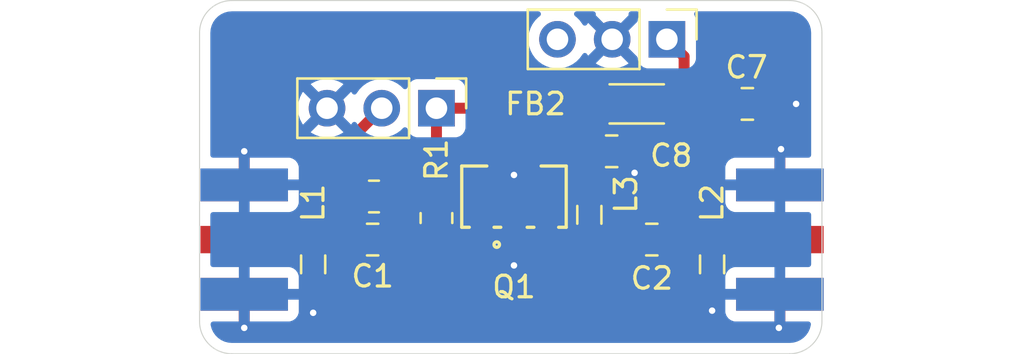
<source format=kicad_pcb>
(kicad_pcb (version 20241229) (generator "pcbnew") (generator_version "9.0")
  (layers (0 "F.Cu" signal) (2 "B.Cu" signal) (13 "F.Paste" user) (15 "B.Paste" user) (5 "F.SilkS" user "F.Silkscreen") (7 "B.SilkS" user "B.Silkscreen") (1 "F.Mask" user) (3 "B.Mask" user) (25 "Edge.Cuts" user))
  (net 0 "")
  (net 1 "GND")
  (net 2 "VBIAS")
  (net 4 "Net-(J1-In)")
  (net 5 "Net-(J2-In)")
  (net 6 "Net-(Q1-D)")
  (net 7 "VDD")
  (net 8 "Net-(J4-Pin_1)")
  (net 9 "Net-(Q1-G)")
  (net 10 "unconnected-(R2-Pad2)")
  (footprint "adafruit:SMA_EDGELAUNCH" (layer "F.Cu") (at 142.143 89.7)
    (property "Reference" "J1" (hide yes))
    (property "Value" "Conn_Coaxial" (hide yes))
    (pad "1" smd rect (at 2.032 0 90) (size 1.27 4.064) (layers "F.Cu" "F.Mask") (net 4 "Net-(J1-In)"))
    (pad "2" smd rect (at 2.032 -2.54 90) (size 1.524 4.064) (layers "F.Cu" "F.Mask") (net 1 "GND"))
    (pad "2" smd rect (at 2.032 -2.54 90) (size 1.524 4.064) (layers "B.Cu" "B.Mask") (net 1 "GND"))
    (pad "2" smd rect (at 2.032 2.54 90) (size 1.524 4.064) (layers "F.Cu" "F.Mask") (net 1 "GND"))
    (pad "2" smd rect (at 2.032 2.54 90) (size 1.524 4.064) (layers "B.Cu" "B.Mask") (net 1 "GND"))
  )
  (footprint "Inductor_SMD:L_0805_2012Metric_Pad1.05x1.20mm_HandSolder" (layer "F.Cu") (at 147.375 90.85 -90)
    (property "Reference" "L1" (at -2.85 0 90) (layer "F.SilkS"))
    (property "Value" "4.3nH" (hide yes))
    (fp_line (start -0.410242 0.56) (end 0.410242 0.56) (stroke (width 0.12)) (layer "F.SilkS"))
    (fp_line (start -0.410242 -0.56) (end 0.410242 -0.56) (stroke (width 0.12)) (layer "F.SilkS"))
    (pad "1" smd roundrect (at -1.15 0 270) (size 1.05 1.2) (layers "F.Cu" "F.Mask" "F.Paste") (roundrect_rratio 0.238095) (net 4 "Net-(J1-In)"))
    (pad "2" smd roundrect (at 1.15 0 270) (size 1.05 1.2) (layers "F.Cu" "F.Mask" "F.Paste") (roundrect_rratio 0.238095) (net 1 "GND"))
  )
  (footprint "Resistor_SMD:R_0805_2012Metric_Pad1.20x1.40mm_HandSolder" (layer "F.Cu") (at 153.1 88.7 -90)
    (property "Reference" "R1" (at -2.7 0 90) (layer "F.SilkS"))
    (property "Value" "R" (hide yes))
    (fp_line (start -0.227064 0.735) (end 0.227064 0.735) (stroke (width 0.12)) (layer "F.SilkS"))
    (fp_line (start -0.227064 -0.735) (end 0.227064 -0.735) (stroke (width 0.12)) (layer "F.SilkS"))
    (pad "1" smd roundrect (at -1 0 270) (size 1.2 1.4) (layers "F.Cu" "F.Mask" "F.Paste") (roundrect_rratio 0.208333) (net 8 "Net-(J4-Pin_1)"))
    (pad "2" smd roundrect (at 1 0 270) (size 1.2 1.4) (layers "F.Cu" "F.Mask" "F.Paste") (roundrect_rratio 0.208333) (net 9 "Net-(Q1-G)"))
  )
  (footprint "Capacitor_SMD:C_0805_2012Metric_Pad1.18x1.45mm_HandSolder" (layer "F.Cu") (at 167.5375 83.4)
    (property "Reference" "C7" (at -0.0375 -1.7 0) (layer "F.SilkS"))
    (property "Value" "10uF" (hide yes))
    (fp_line (start -0.261252 -0.735) (end 0.261252 -0.735) (stroke (width 0.12)) (layer "F.SilkS"))
    (fp_line (start -0.261252 0.735) (end 0.261252 0.735) (stroke (width 0.12)) (layer "F.SilkS"))
    (pad "1" smd roundrect (at -1.0375 0) (size 1.175 1.45) (layers "F.Cu" "F.Mask" "F.Paste") (roundrect_rratio 0.212766) (net 7 "VDD"))
    (pad "2" smd roundrect (at 1.0375 0) (size 1.175 1.45) (layers "F.Cu" "F.Mask" "F.Paste") (roundrect_rratio 0.212766) (net 1 "GND"))
  )
  (footprint "Inductor_SMD:L_0805_2012Metric_Pad1.05x1.20mm_HandSolder" (layer "F.Cu") (at 165.9 90.85 -90)
    (property "Reference" "L2" (at -2.85 0 90) (layer "F.SilkS"))
    (property "Value" "5.1nH" (hide yes))
    (fp_line (start -0.410242 0.56) (end 0.410242 0.56) (stroke (width 0.12)) (layer "F.SilkS"))
    (fp_line (start -0.410242 -0.56) (end 0.410242 -0.56) (stroke (width 0.12)) (layer "F.SilkS"))
    (pad "1" smd roundrect (at -1.15 0 270) (size 1.05 1.2) (layers "F.Cu" "F.Mask" "F.Paste") (roundrect_rratio 0.238095) (net 5 "Net-(J2-In)"))
    (pad "2" smd roundrect (at 1.15 0 270) (size 1.05 1.2) (layers "F.Cu" "F.Mask" "F.Paste") (roundrect_rratio 0.238095) (net 1 "GND"))
  )
  (footprint "Capacitor_SMD:C_0805_2012Metric_Pad1.18x1.45mm_HandSolder" (layer "F.Cu") (at 161.2375 85.6)
    (property "Reference" "C8" (at 2.7625 0.2 0) (layer "F.SilkS"))
    (property "Value" "100pF" (hide yes))
    (fp_line (start -0.261252 -0.735) (end 0.261252 -0.735) (stroke (width 0.12)) (layer "F.SilkS"))
    (fp_line (start -0.261252 0.735) (end 0.261252 0.735) (stroke (width 0.12)) (layer "F.SilkS"))
    (pad "1" smd roundrect (at -1.0375 0) (size 1.175 1.45) (layers "F.Cu" "F.Mask" "F.Paste") (roundrect_rratio 0.212766) (net 8 "Net-(J4-Pin_1)"))
    (pad "2" smd roundrect (at 1.0375 0) (size 1.175 1.45) (layers "F.Cu" "F.Mask" "F.Paste") (roundrect_rratio 0.212766) (net 1 "GND"))
  )
  (footprint "Resistor_SMD:R_0805_2012Metric_Pad1.20x1.40mm_HandSolder" (layer "F.Cu") (at 150.2 87.7)
    (property "Reference" "R2" (hide yes))
    (property "Value" "R" (hide yes))
    (fp_line (start -0.227064 -0.735) (end 0.227064 -0.735) (stroke (width 0.12)) (layer "F.SilkS"))
    (fp_line (start -0.227064 0.735) (end 0.227064 0.735) (stroke (width 0.12)) (layer "F.SilkS"))
    (pad "1" smd roundrect (at -1 0) (size 1.2 1.4) (layers "F.Cu" "F.Mask" "F.Paste") (roundrect_rratio 0.208333) (net 2 "VBIAS"))
    (pad "2" smd roundrect (at 1 0) (size 1.2 1.4) (layers "F.Cu" "F.Mask" "F.Paste") (roundrect_rratio 0.208333) (net 10 "unconnected-(R2-Pad2)"))
  )
  (footprint "Inductor_SMD:L_0805_2012Metric_Pad1.05x1.20mm_HandSolder" (layer "F.Cu") (at 160.2 88.55 90)
    (property "Reference" "L3" (at 0.95 1.7 90) (layer "F.SilkS"))
    (property "Value" "16.6nH" (hide yes))
    (fp_line (start -0.410242 -0.56) (end 0.410242 -0.56) (stroke (width 0.12)) (layer "F.SilkS"))
    (fp_line (start -0.410242 0.56) (end 0.410242 0.56) (stroke (width 0.12)) (layer "F.SilkS"))
    (pad "1" smd roundrect (at -1.15 0 90) (size 1.05 1.2) (layers "F.Cu" "F.Mask" "F.Paste") (roundrect_rratio 0.238095) (net 6 "Net-(Q1-D)"))
    (pad "2" smd roundrect (at 1.15 0 90) (size 1.05 1.2) (layers "F.Cu" "F.Mask" "F.Paste") (roundrect_rratio 0.238095) (net 8 "Net-(J4-Pin_1)"))
  )
  (footprint "adafruit:SMA_EDGELAUNCH" (layer "F.Cu") (at 171.07745 89.7 180)
    (property "Reference" "J2" (hide yes))
    (property "Value" "Conn_Coaxial" (hide yes))
    (pad "1" smd rect (at 2.032 0 270) (size 1.27 4.064) (layers "F.Cu" "F.Mask") (net 5 "Net-(J2-In)"))
    (pad "2" smd rect (at 2.032 -2.54 270) (size 1.524 4.064) (layers "F.Cu" "F.Mask") (net 1 "GND"))
    (pad "2" smd rect (at 2.032 -2.54 270) (size 1.524 4.064) (layers "B.Cu" "B.Mask") (net 1 "GND"))
    (pad "2" smd rect (at 2.032 2.54 270) (size 1.524 4.064) (layers "F.Cu" "F.Mask") (net 1 "GND"))
    (pad "2" smd rect (at 2.032 2.54 270) (size 1.524 4.064) (layers "B.Cu" "B.Mask") (net 1 "GND"))
  )
  (footprint "Capacitor_SMD:C_0805_2012Metric_Pad1.18x1.45mm_HandSolder" (layer "F.Cu") (at 150.1375 89.7)
    (property "Reference" "C1" (at 0 1.7 0) (layer "F.SilkS"))
    (property "Value" "27pF" (hide yes))
    (fp_line (start -0.261252 -0.735) (end 0.261252 -0.735) (stroke (width 0.12)) (layer "F.SilkS"))
    (fp_line (start -0.261252 0.735) (end 0.261252 0.735) (stroke (width 0.12)) (layer "F.SilkS"))
    (pad "1" smd roundrect (at -1.0375 0) (size 1.175 1.45) (layers "F.Cu" "F.Mask" "F.Paste") (roundrect_rratio 0.212766) (net 4 "Net-(J1-In)"))
    (pad "2" smd roundrect (at 1.0375 0) (size 1.175 1.45) (layers "F.Cu" "F.Mask" "F.Paste") (roundrect_rratio 0.212766) (net 9 "Net-(Q1-G)"))
  )
  (footprint "Inductor_SMD:L_1806_4516Metric_Pad1.45x1.90mm_HandSolder" (layer "F.Cu") (at 162.4 83.4)
    (property "Reference" "FB2" (at -4.7 0 0) (layer "F.SilkS"))
    (property "Value" "2743019447" (hide yes))
    (fp_line (start -1.260242 -0.91) (end 1.260242 -0.91) (stroke (width 0.12)) (layer "F.SilkS"))
    (fp_line (start -1.260242 0.91) (end 1.260242 0.91) (stroke (width 0.12)) (layer "F.SilkS"))
    (pad "1" smd roundrect (at -2.2 0) (size 1.45 1.9) (layers "F.Cu" "F.Mask" "F.Paste") (roundrect_rratio 0.172414) (net 8 "Net-(J4-Pin_1)"))
    (pad "2" smd roundrect (at 2.2 0) (size 1.45 1.9) (layers "F.Cu" "F.Mask" "F.Paste") (roundrect_rratio 0.172414) (net 7 "VDD"))
  )
  (footprint "Avionics:AFT05MS004NT1" (layer "F.Cu") (at 156.7 87.7061)
    (property "Reference" "Q1" (at 0 4.1939 0) (layer "F.SilkS"))
    (property "Value" "AFT05MS004NT1" (hide yes))
    (fp_line (start -2.4257 -1.4224) (end -2.4257 1.4224) (stroke (width 0.1524)) (layer "F.SilkS"))
    (fp_line (start -2.4257 1.4224) (end -2.07404 1.4224) (stroke (width 0.1524)) (layer "F.SilkS"))
    (fp_line (start -1.25984 -1.4224) (end -2.4257 -1.4224) (stroke (width 0.1524)) (layer "F.SilkS"))
    (fp_line (start -0.92596 1.4224) (end -0.61214 1.4224) (stroke (width 0.1524)) (layer "F.SilkS"))
    (fp_line (start 0.61214 1.4224) (end 0.92596 1.4224) (stroke (width 0.1524)) (layer "F.SilkS"))
    (fp_line (start 2.07404 1.4224) (end 2.4257 1.4224) (stroke (width 0.1524)) (layer "F.SilkS"))
    (fp_line (start 2.4257 -1.4224) (end 1.25984 -1.4224) (stroke (width 0.1524)) (layer "F.SilkS"))
    (fp_line (start 2.4257 1.4224) (end 2.4257 -1.4224) (stroke (width 0.1524)) (layer "F.SilkS"))
    (fp_circle (center -0.8 2.227) (end -0.673 2.227) (stroke (width 0.1524)) (fill no) (layer "F.SilkS"))
    (pad "1" smd rect (at 1.5 1.9939) (size 0.4826 1.397) (layers "F.Cu" "F.Mask" "F.Paste") (net 6 "Net-(Q1-D)"))
    (pad "2" smd rect (at -1.5 1.9939) (size 0.4826 1.397) (layers "F.Cu" "F.Mask" "F.Paste") (net 9 "Net-(Q1-G)"))
    (pad "3" smd custom (at -0.1 -1.5) (size 0.5588 1.397) (layers "F.Cu" "F.Mask" "F.Paste") (net 1 "GND") (options (clearance outline) (anchor rect)) (primitives (gr_poly (pts (xy -0.1794 2.7954) (xy -0.1794 2.3382) (xy -0.8271 1.7413) (xy -0.8271 -1.1162) (xy 1.0271 -1.1162) (xy 1.0271 1.7413) (xy 0.3794 2.3636) (xy 0.3794 2.7954)) (width 0) (fill yes))))
    (pad "3" smd rect (at 0 1.9939) (size 0.5588 1.397) (layers "F.Cu" "F.Mask" "F.Paste") (net 1 "GND"))
  )
  (footprint "Capacitor_SMD:C_0805_2012Metric_Pad1.18x1.45mm_HandSolder" (layer "F.Cu") (at 163.1 89.7)
    (property "Reference" "C2" (at 0 1.8 0) (layer "F.SilkS"))
    (property "Value" "27pF" (hide yes))
    (fp_line (start -0.261252 -0.735) (end 0.261252 -0.735) (stroke (width 0.12)) (layer "F.SilkS"))
    (fp_line (start -0.261252 0.735) (end 0.261252 0.735) (stroke (width 0.12)) (layer "F.SilkS"))
    (pad "1" smd roundrect (at -1.0375 0) (size 1.175 1.45) (layers "F.Cu" "F.Mask" "F.Paste") (roundrect_rratio 0.212766) (net 6 "Net-(Q1-D)"))
    (pad "2" smd roundrect (at 1.0375 0) (size 1.175 1.45) (layers "F.Cu" "F.Mask" "F.Paste") (roundrect_rratio 0.212766) (net 5 "Net-(J2-In)"))
  )
  (footprint "Connector_PinHeader_2.54mm:PinHeader_1x03_P2.54mm_Vertical" (layer "F.Cu") (at 163.8 80.4 -90)
    (property "Reference" "J3" (hide yes))
    (property "Value" "Conn_01x03_Pin" (hide yes))
    (fp_line (start -1.38 6.46) (end 1.38 6.46) (stroke (width 0.12)) (layer "F.SilkS"))
    (fp_line (start -1.38 1.27) (end -1.38 6.46) (stroke (width 0.12)) (layer "F.SilkS"))
    (fp_line (start -1.38 1.27) (end 1.38 1.27) (stroke (width 0.12)) (layer "F.SilkS"))
    (fp_line (start 1.38 1.27) (end 1.38 6.46) (stroke (width 0.12)) (layer "F.SilkS"))
    (fp_line (start -1.38 0) (end -1.38 -1.38) (stroke (width 0.12)) (layer "F.SilkS"))
    (fp_line (start -1.38 -1.38) (end 0 -1.38) (stroke (width 0.12)) (layer "F.SilkS"))
    (pad "1" thru_hole rect (at 0 0 270) (size 1.7 1.7) (drill 1) (layers "*.Cu" "*.Mask") (net 7 "VDD"))
    (pad "2" thru_hole circle (at 0 2.54 270) (size 1.7 1.7) (drill 1) (layers "*.Cu" "*.Mask") (net 1 "GND"))
    (pad "3" thru_hole circle (at 0 5.08 270) (size 1.7 1.7) (drill 1) (layers "*.Cu" "*.Mask"))
  )
  (footprint "Connector_PinHeader_2.54mm:PinHeader_1x03_P2.54mm_Vertical" (layer "F.Cu") (at 153.1 83.6 -90)
    (property "Reference" "J4" (hide yes))
    (property "Value" "Conn_01x03_Pin" (hide yes))
    (fp_line (start -1.38 6.46) (end 1.38 6.46) (stroke (width 0.12)) (layer "F.SilkS"))
    (fp_line (start -1.38 1.27) (end -1.38 6.46) (stroke (width 0.12)) (layer "F.SilkS"))
    (fp_line (start -1.38 1.27) (end 1.38 1.27) (stroke (width 0.12)) (layer "F.SilkS"))
    (fp_line (start 1.38 1.27) (end 1.38 6.46) (stroke (width 0.12)) (layer "F.SilkS"))
    (fp_line (start -1.38 0) (end -1.38 -1.38) (stroke (width 0.12)) (layer "F.SilkS"))
    (fp_line (start -1.38 -1.38) (end 0 -1.38) (stroke (width 0.12)) (layer "F.SilkS"))
    (pad "1" thru_hole rect (at 0 0 270) (size 1.7 1.7) (drill 1) (layers "*.Cu" "*.Mask") (net 8 "Net-(J4-Pin_1)"))
    (pad "2" thru_hole circle (at 0 2.54 270) (size 1.7 1.7) (drill 1) (layers "*.Cu" "*.Mask") (net 2 "VBIAS"))
    (pad "3" thru_hole circle (at 0 5.08 270) (size 1.7 1.7) (drill 1) (layers "*.Cu" "*.Mask") (net 1 "GND"))
  )
  (gr_arc (start 142.1 80.099999) (mid 142.53934 79.039339) (end 143.6 78.599999) (stroke (width 0.05)) (layer "Edge.Cuts"))
  (gr_arc (start 143.6 95.000001) (mid 142.53934 94.560661) (end 142.1 93.500001) (stroke (width 0.05)) (layer "Edge.Cuts"))
  (gr_line (start 143.6 95.000001) (end 169.5 95) (stroke (width 0.05)) (layer "Edge.Cuts"))
  (gr_line (start 169.5 78.6) (end 143.6 78.599999) (stroke (width 0.05)) (layer "Edge.Cuts"))
  (gr_arc (start 169.5 78.6) (mid 170.56066 79.03934) (end 171 80.1) (stroke (width 0.05)) (layer "Edge.Cuts"))
  (gr_arc (start 171 93.5) (mid 170.56066 94.56066) (end 169.5 95) (stroke (width 0.05)) (layer "Edge.Cuts"))
  (gr_line (start 142.1 80.099999) (end 142.1 93.5) (stroke (width 0.05)) (layer "Edge.Cuts"))
  (gr_line (start 171 93.5) (end 171 80.1) (stroke (width 0.05)) (layer "Edge.Cuts"))
  (segment (start 168.575 83.4) (end 169.8 83.4) (width 0.508) (layer "F.Cu") (net 1))
  (segment (start 156.7 86.9457) (end 156.7 86.7) (width 0.2) (layer "F.Cu") (net 1))
  (segment (start 165.9 92) (end 165.9 93) (width 0.508) (layer "F.Cu") (net 1))
  (segment (start 169.04545 92.24) (end 169.04545 93.75455) (width 0.508) (layer "F.Cu") (net 1))
  (segment (start 162.275 86.575) (end 162.3 86.6) (width 0.508) (layer "F.Cu") (net 1))
  (segment (start 156.7 89.6) (end 156.7 90.9) (width 0.508) (layer "F.Cu") (net 1))
  (segment (start 169.04545 87.16) (end 169.04545 85.64545) (width 0.508) (layer "F.Cu") (net 1))
  (segment (start 169.04545 93.75455) (end 169 93.8) (width 0.508) (layer "F.Cu") (net 1))
  (segment (start 169.04545 85.64545) (end 169.1 85.5909) (width 0.508) (layer "F.Cu") (net 1))
  (segment (start 144.175 92.24) (end 144.175 93.8) (width 0.508) (layer "F.Cu") (net 1))
  (segment (start 169.1 85.5909) (end 169.1 85.5) (width 0.508) (layer "F.Cu") (net 1))
  (segment (start 144.175 87.16) (end 144.175 85.6) (width 0.508) (layer "F.Cu") (net 1))
  (segment (start 147.375 92) (end 147.375 93.1) (width 0.508) (layer "F.Cu") (net 1))
  (segment (start 162.275 85.6) (end 162.275 86.575) (width 0.508) (layer "F.Cu") (net 1))
  (via (at 144.175 85.6) (size 0.6) (drill 0.3) (layers "F.Cu" "B.Cu") (net 1))
  (via (at 156.7 90.9) (size 0.6) (drill 0.3) (layers "F.Cu" "B.Cu") (net 1))
  (via (at 162.3 86.6) (size 0.6) (drill 0.3) (layers "F.Cu" "B.Cu") (net 1))
  (via (at 156.7 86.7) (size 0.6) (drill 0.3) (layers "F.Cu" "B.Cu") (net 1))
  (via (at 165.9 93) (size 0.6) (drill 0.3) (layers "F.Cu" "B.Cu") (net 1))
  (via (at 144.175 93.8) (size 0.6) (drill 0.3) (layers "F.Cu" "B.Cu") (net 1))
  (via (at 169.1 85.5) (size 0.6) (drill 0.3) (layers "F.Cu" "B.Cu") (net 1))
  (via (at 169 93.8) (size 0.6) (drill 0.3) (layers "F.Cu" "B.Cu") (net 1))
  (via (at 169.8 83.4) (size 0.6) (drill 0.3) (layers "F.Cu" "B.Cu") (net 1))
  (via (at 147.375 93.1) (size 0.6) (drill 0.3) (layers "F.Cu" "B.Cu") (net 1))
  (segment (start 149.2 87.7) (end 149.2 84.96) (width 0.508) (layer "F.Cu") (net 2))
  (segment (start 149.2 84.96) (end 150.56 83.6) (width 0.508) (layer "F.Cu") (net 2))
  (segment (start 144.175 89.7) (end 149.1 89.7) (width 1.2019) (layer "F.Cu") (net 4))
  (segment (start 164.1375 89.7) (end 169.04545 89.7) (width 1.2019) (layer "F.Cu") (net 5))
  (segment (start 160.2 89.7) (end 158.6 89.7) (width 1.2019) (layer "F.Cu") (net 6))
  (segment (start 160.2 89.7) (end 162.0625 89.7) (width 1.2019) (layer "F.Cu") (net 6))
  (segment (start 164.6 83.4) (end 166.5 83.4) (width 0.508) (layer "F.Cu") (net 7))
  (segment (start 164.6 83.4) (end 164.6 81.2) (width 0.508) (layer "F.Cu") (net 7))
  (segment (start 164.6 81.2) (end 163.8 80.4) (width 0.508) (layer "F.Cu") (net 7))
  (segment (start 160.2 83.4) (end 160.2 87.4) (width 0.508) (layer "F.Cu") (net 8))
  (segment (start 160 83.6) (end 160.2 83.4) (width 0.508) (layer "F.Cu") (net 8))
  (segment (start 153.1 87.7) (end 153.1 83.6) (width 0.508) (layer "F.Cu") (net 8))
  (segment (start 153.1 83.6) (end 160 83.6) (width 0.508) (layer "F.Cu") (net 8))
  (segment (start 153.1 89.7) (end 154.8 89.7) (width 1.2019) (layer "F.Cu") (net 9))
  (segment (start 151.175 89.7) (end 153.1 89.7) (width 1.2019) (layer "F.Cu") (net 9))
  (segment (start 151.175 87.725) (end 151.2 87.7) (width 1.2019) (layer "F.Cu") (net 10))
  (zone (net 1) (net_name "GND") (layer "B.Cu") (connect_pads (clearance 0.5)) (min_thickness 0.25) (fill yes (thermal_gap 0.5) (thermal_bridge_width 0.5))
    (polygon (pts (xy 142.1 78.6) (xy 171 78.6) (xy 171 95) (xy 142.1 95)))
  )
)
</source>
